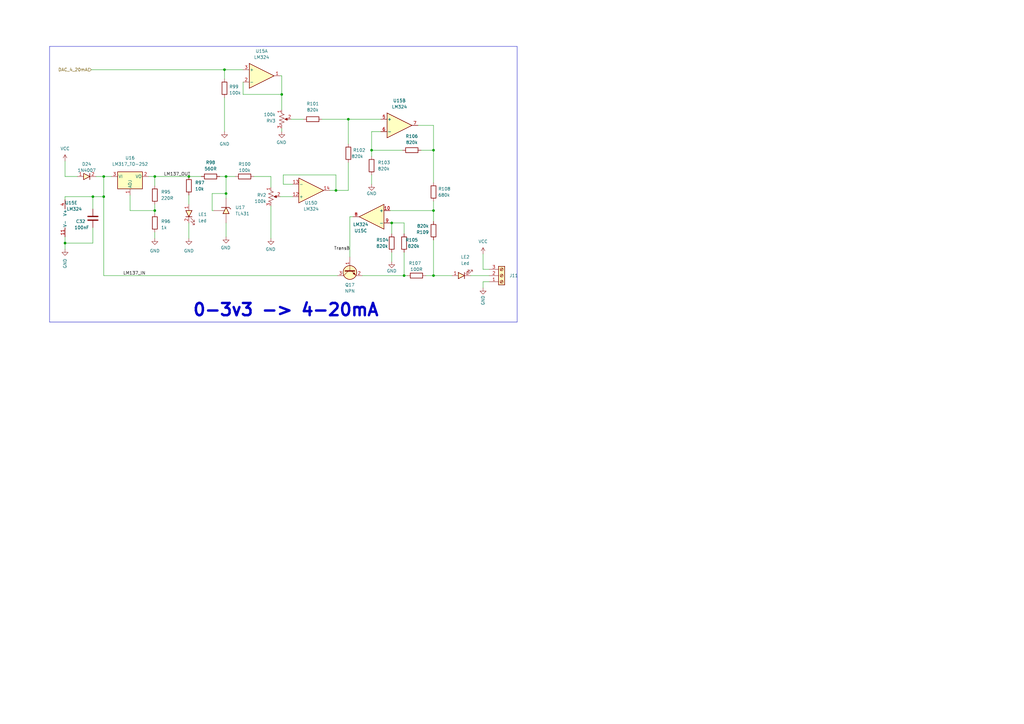
<source format=kicad_sch>
(kicad_sch (version 20230121) (generator eeschema)
  (paper "A3")
  (lib_symbols
    (symbol "Amplifier_Operational:LM324" (pin_names (offset 0.127))
      (property "Reference" "U" (at 0 5.08 0))
      (property "Value" "LM324" (at 0 -5.08 0))
      (symbol "LM324_1_1"
        (polyline (pts (xy -5.08 5.08) (xy 5.08 0) (xy -5.08 -5.08) (xy -5.08 5.08)) (stroke (width 0.254)) (fill (type background)))
        (pin output line (at 7.62 0 180) (length 2.54) (name "~") (number "1"))
        (pin input line (at -7.62 -2.54 0) (length 2.54) (name "-") (number "2"))
        (pin input line (at -7.62 2.54 0) (length 2.54) (name "+") (number "3"))
      )
      (symbol "LM324_2_1"
        (polyline (pts (xy -5.08 5.08) (xy 5.08 0) (xy -5.08 -5.08) (xy -5.08 5.08)) (stroke (width 0.254)) (fill (type background)))
        (pin input line (at -7.62 2.54 0) (length 2.54) (name "+") (number "5"))
        (pin input line (at -7.62 -2.54 0) (length 2.54) (name "-") (number "6"))
        (pin output line (at 7.62 0 180) (length 2.54) (name "~") (number "7"))
      )
      (symbol "LM324_3_1"
        (polyline (pts (xy -5.08 5.08) (xy 5.08 0) (xy -5.08 -5.08) (xy -5.08 5.08)) (stroke (width 0.254)) (fill (type background)))
        (pin input line (at -7.62 2.54 0) (length 2.54) (name "+") (number "10"))
        (pin output line (at 7.62 0 180) (length 2.54) (name "~") (number "8"))
        (pin input line (at -7.62 -2.54 0) (length 2.54) (name "-") (number "9"))
      )
      (symbol "LM324_4_1"
        (polyline (pts (xy -5.08 5.08) (xy 5.08 0) (xy -5.08 -5.08) (xy -5.08 5.08)) (stroke (width 0.254)) (fill (type background)))
        (pin input line (at -7.62 2.54 0) (length 2.54) (name "+") (number "12"))
        (pin input line (at -7.62 -2.54 0) (length 2.54) (name "-") (number "13"))
        (pin output line (at 7.62 0 180) (length 2.54) (name "~") (number "14"))
      )
      (symbol "LM324_5_1"
        (pin power_in line (at -2.54 -7.62 90) (length 3.81) (name "V-") (number "11"))
        (pin power_in line (at -2.54 7.62 270) (length 3.81) (name "V+") (number "4"))
      )
    )
    (symbol "Connector:Screw_Terminal_01x03" (pin_names (offset 1.016) hide)
      (property "Reference" "J" (at 0 5.08 0))
      (property "Value" "Screw_Terminal_01x03" (at 0 -5.08 0))
      (symbol "Screw_Terminal_01x03_1_1"
        (rectangle (start -1.27 3.81) (end 1.27 -3.81) (stroke (width 0.254)) (fill (type background)))
        (circle (center 0 -2.54) (radius 0.635) (stroke (width 0.1524)))
        (polyline (pts (xy -0.5334 -2.2098) (xy 0.3302 -3.048)) (stroke (width 0.1524)))
        (polyline (pts (xy -0.5334 0.3302) (xy 0.3302 -0.508)) (stroke (width 0.1524)))
        (polyline (pts (xy -0.5334 2.8702) (xy 0.3302 2.032)) (stroke (width 0.1524)))
        (polyline (pts (xy -0.3556 -2.032) (xy 0.508 -2.8702)) (stroke (width 0.1524)))
        (polyline (pts (xy -0.3556 0.508) (xy 0.508 -0.3302)) (stroke (width 0.1524)))
        (polyline (pts (xy -0.3556 3.048) (xy 0.508 2.2098)) (stroke (width 0.1524)))
        (circle (center 0 0) (radius 0.635) (stroke (width 0.1524)))
        (circle (center 0 2.54) (radius 0.635) (stroke (width 0.1524)))
        (pin passive line (at -5.08 2.54 0) (length 3.81) (name "Pin_1") (number "1"))
        (pin passive line (at -5.08 0 0) (length 3.81) (name "Pin_2") (number "2"))
        (pin passive line (at -5.08 -2.54 0) (length 3.81) (name "Pin_3") (number "3"))
      )
    )
    (symbol "Device:C" (pin_numbers hide) (pin_names (offset 0.254))
      (property "Reference" "C" (at 0.635 2.54 0))
      (property "Value" "C" (at 0.635 -2.54 0))
      (symbol "C_0_1"
        (polyline (pts (xy -2.032 -0.762) (xy 2.032 -0.762)) (stroke (width 0.508)))
        (polyline (pts (xy -2.032 0.762) (xy 2.032 0.762)) (stroke (width 0.508)))
      )
      (symbol "C_1_1"
        (pin passive line (at 0 3.81 270) (length 2.794) (name "~") (number "1"))
        (pin passive line (at 0 -3.81 90) (length 2.794) (name "~") (number "2"))
      )
    )
    (symbol "Device:R" (pin_numbers hide) (pin_names (offset 0))
      (property "Reference" "R" (at 2.032 0 90))
      (property "Value" "R" (at 0 0 90))
      (symbol "R_0_1"
        (rectangle (start -1.016 -2.54) (end 1.016 2.54) (stroke (width 0.254)))
      )
      (symbol "R_1_1"
        (pin passive line (at 0 3.81 270) (length 1.27) (name "~") (number "1"))
        (pin passive line (at 0 -3.81 90) (length 1.27) (name "~") (number "2"))
      )
    )
    (symbol "Device:R_Potentiometer_US" (pin_names (offset 1.016) hide)
      (property "Reference" "RV" (at -4.445 0 90))
      (property "Value" "R_Potentiometer_US" (at -2.54 0 90))
      (symbol "R_Potentiometer_US_0_1"
        (polyline (pts (xy 0 -2.286) (xy 0 -2.54)))
        (polyline (pts (xy 0 2.54) (xy 0 2.286)))
        (polyline (pts (xy 2.54 0) (xy 1.524 0)))
        (polyline (pts (xy 1.143 0) (xy 2.286 0.508) (xy 2.286 -0.508) (xy 1.143 0)) (fill (type outline)))
        (polyline (pts (xy 0 -0.762) (xy 1.016 -1.143) (xy 0 -1.524) (xy -1.016 -1.905) (xy 0 -2.286)))
        (polyline (pts (xy 0 0.762) (xy 1.016 0.381) (xy 0 0) (xy -1.016 -0.381) (xy 0 -0.762)))
        (polyline (pts (xy 0 2.286) (xy 1.016 1.905) (xy 0 1.524) (xy -1.016 1.143) (xy 0 0.762)))
      )
      (symbol "R_Potentiometer_US_1_1"
        (pin passive line (at 0 3.81 270) (length 1.27) (name "1") (number "1"))
        (pin passive line (at 3.81 0 180) (length 1.27) (name "2") (number "2"))
        (pin passive line (at 0 -3.81 90) (length 1.27) (name "3") (number "3"))
      )
    )
    (symbol "GND_1" (power) (pin_names (offset 0))
      (property "Value" "GND_1" (at 0 -3.81 0))
      (symbol "GND_1_0_1"
        (polyline (pts (xy 0 0) (xy 0 -1.27) (xy 1.27 -1.27) (xy 0 -2.54) (xy -1.27 -1.27) (xy 0 -1.27)))
      )
      (symbol "GND_1_1_1"
        (pin power_in line (at 0 0 270) (length 0) hide (name "GND") (number "1"))
      )
    )
    (symbol "GND_2" (power) (pin_names (offset 0))
      (property "Value" "GND_2" (at 0 -3.81 0))
      (symbol "GND_2_0_1"
        (polyline (pts (xy 0 0) (xy 0 -1.27) (xy 1.27 -1.27) (xy 0 -2.54) (xy -1.27 -1.27) (xy 0 -1.27)))
      )
      (symbol "GND_2_1_1"
        (pin power_in line (at 0 0 270) (length 0) hide (name "GND") (number "1"))
      )
    )
    (symbol "GND_3" (power) (pin_names (offset 0))
      (property "Value" "GND_3" (at 0 -3.81 0))
      (symbol "GND_3_0_1"
        (polyline (pts (xy 0 0) (xy 0 -1.27) (xy 1.27 -1.27) (xy 0 -2.54) (xy -1.27 -1.27) (xy 0 -1.27)))
      )
      (symbol "GND_3_1_1"
        (pin power_in line (at 0 0 270) (length 0) hide (name "GND") (number "1"))
      )
    )
    (symbol "GND_4" (power) (pin_names (offset 0))
      (property "Value" "GND_4" (at 0 -3.81 0))
      (symbol "GND_4_0_1"
        (polyline (pts (xy 0 0) (xy 0 -1.27) (xy 1.27 -1.27) (xy 0 -2.54) (xy -1.27 -1.27) (xy 0 -1.27)))
      )
      (symbol "GND_4_1_1"
        (pin power_in line (at 0 0 270) (length 0) hide (name "GND") (number "1"))
      )
    )
    (symbol "GND_5" (power) (pin_names (offset 0))
      (property "Value" "GND_5" (at 0 -3.81 0))
      (symbol "GND_5_0_1"
        (polyline (pts (xy 0 0) (xy 0 -1.27) (xy 1.27 -1.27) (xy 0 -2.54) (xy -1.27 -1.27) (xy 0 -1.27)))
      )
      (symbol "GND_5_1_1"
        (pin power_in line (at 0 0 270) (length 0) hide (name "GND") (number "1"))
      )
    )
    (symbol "GND_6" (power) (pin_names (offset 0))
      (property "Value" "GND_6" (at 0 -3.81 0))
      (symbol "GND_6_0_1"
        (polyline (pts (xy 0 0) (xy 0 -1.27) (xy 1.27 -1.27) (xy 0 -2.54) (xy -1.27 -1.27) (xy 0 -1.27)))
      )
      (symbol "GND_6_1_1"
        (pin power_in line (at 0 0 270) (length 0) hide (name "GND") (number "1"))
      )
    )
    (symbol "GND_7" (power) (pin_names (offset 0))
      (property "Value" "GND_7" (at 0 -3.81 0))
      (symbol "GND_7_0_1"
        (polyline (pts (xy 0 0) (xy 0 -1.27) (xy 1.27 -1.27) (xy 0 -2.54) (xy -1.27 -1.27) (xy 0 -1.27)))
      )
      (symbol "GND_7_1_1"
        (pin power_in line (at 0 0 270) (length 0) hide (name "GND") (number "1"))
      )
    )
    (symbol "GND_8" (power) (pin_names (offset 0))
      (property "Value" "GND_8" (at 0 -3.81 0))
      (symbol "GND_8_0_1"
        (polyline (pts (xy 0 0) (xy 0 -1.27) (xy 1.27 -1.27) (xy 0 -2.54) (xy -1.27 -1.27) (xy 0 -1.27)))
      )
      (symbol "GND_8_1_1"
        (pin power_in line (at 0 0 270) (length 0) hide (name "GND") (number "1"))
      )
    )
    (symbol "GND_9" (power) (pin_names (offset 0))
      (property "Value" "GND_9" (at 0 -3.81 0))
      (symbol "GND_9_0_1"
        (polyline (pts (xy 0 0) (xy 0 -1.27) (xy 1.27 -1.27) (xy 0 -2.54) (xy -1.27 -1.27) (xy 0 -1.27)))
      )
      (symbol "GND_9_1_1"
        (pin power_in line (at 0 0 270) (length 0) hide (name "GND") (number "1"))
      )
    )
    (symbol "IVS_SYMBOLS:D_Diode"
      (property "Reference" "D" (at 0 2.54 0))
      (property "Value" "D_Diode" (at 0 -2.54 0))
      (symbol "D_Diode_0_1"
        (polyline (pts (xy 0 1.27) (xy 0 -1.27)) (stroke (width 0.254)))
        (polyline (pts (xy 2.54 1.27) (xy 2.54 -1.27) (xy 0 0) (xy 2.54 1.27)) (stroke (width 0.254)) (fill (type background)))
      )
      (symbol "D_Diode_1_1"
        (pin passive line (at 5.08 0 180) (length 2.54) (name "") (number "1"))
        (pin passive line (at -2.54 0 0) (length 2.54) (name "") (number "2"))
      )
    )
    (symbol "IVS_SYMBOLS:Led"
      (property "Reference" "LE" (at 0.508 -2.794 0))
      (property "Value" "Led" (at -0.254 2.794 0))
      (symbol "Led_0_1"
        (polyline (pts (xy 0 -1.27) (xy 0 1.27)) (stroke (width 0.254)))
        (polyline (pts (xy 2.54 -1.27) (xy 2.54 1.27) (xy 0 0) (xy 2.54 -1.27)) (stroke (width 0.254)) (fill (type background)))
        (polyline (pts (xy -1.778 -0.762) (xy -3.302 -2.286) (xy -2.54 -2.286) (xy -3.302 -2.286) (xy -3.302 -1.524)))
        (polyline (pts (xy -0.508 -0.762) (xy -2.032 -2.286) (xy -1.27 -2.286) (xy -2.032 -2.286) (xy -2.032 -1.524)))
      )
      (symbol "Led_1_1"
        (pin passive line (at 5.08 0 180) (length 2.54) (name "") (number "1"))
        (pin passive line (at -2.54 0 0) (length 2.54) (name "") (number "2"))
      )
    )
    (symbol "IVS_SYMBOLS:NPN" (pin_names (offset 0) hide)
      (property "Reference" "Q" (at 5.08 1.905 0))
      (property "Value" "NPN" (at 5.08 0 0))
      (symbol "NPN_0_1"
        (polyline (pts (xy 0 0) (xy 0.635 0)))
        (polyline (pts (xy 0.635 0.635) (xy 2.54 2.54)))
        (polyline (pts (xy 0.635 -0.635) (xy 2.54 -2.54) (xy 2.54 -2.54)))
        (polyline (pts (xy 0.635 1.905) (xy 0.635 -1.905) (xy 0.635 -1.905)) (stroke (width 0.508)))
        (polyline (pts (xy 1.27 -1.778) (xy 1.778 -1.27) (xy 2.286 -2.286) (xy 1.27 -1.778) (xy 1.27 -1.778)) (fill (type outline)))
        (circle (center 1.27 0) (radius 2.8194) (stroke (width 0.254)) (fill (type background)))
      )
      (symbol "NPN_1_1"
        (pin input line (at -5.08 0 0) (length 5.08) (name "B") (number "1"))
        (pin passive line (at 2.54 -5.08 90) (length 2.54) (name "E") (number "2"))
        (pin passive line (at 2.54 5.08 270) (length 2.54) (name "C") (number "3"))
      )
    )
    (symbol "IVS_SYMBOLS:TL431" (pin_numbers hide) (pin_names hide)
      (property "Reference" "U" (at 5.08 2.54 0))
      (property "Value" "TL431" (at 5.08 0 0))
      (symbol "TL431_0_1"
        (polyline (pts (xy -1.905 1.27) (xy 1.27 1.27) (xy 1.905 0.635)) (stroke (width 0.254)))
        (polyline (pts (xy 0 1.27) (xy -1.27 -1.27) (xy 0.635 -1.27) (xy 1.27 -1.27) (xy 0 1.27)) (stroke (width 0.254)) (fill (type background)))
      )
      (symbol "TL431_1_1"
        (pin passive line (at 0 5.08 270) (length 3.81) (name "K") (number "1"))
        (pin passive line (at -5.08 0 0) (length 4.5) (name "REF") (number "2"))
        (pin passive line (at 0 -5.08 90) (length 3.81) (name "A") (number "3"))
      )
    )
    (symbol "Led_1"
      (property "Reference" "LE" (at 0.508 -2.794 0))
      (property "Value" "Led" (at -0.254 2.794 0))
      (symbol "Led_1_0_1"
        (polyline (pts (xy 0 -1.27) (xy 0 1.27)) (stroke (width 0.254)))
        (polyline (pts (xy 2.54 -1.27) (xy 2.54 1.27) (xy 0 0) (xy 2.54 -1.27)) (stroke (width 0.254)) (fill (type background)))
        (polyline (pts (xy -1.778 -0.762) (xy -3.302 -2.286) (xy -2.54 -2.286) (xy -3.302 -2.286) (xy -3.302 -1.524)))
        (polyline (pts (xy -0.508 -0.762) (xy -2.032 -2.286) (xy -1.27 -2.286) (xy -2.032 -2.286) (xy -2.032 -1.524)))
      )
      (symbol "Led_1_1_1"
        (pin passive line (at 5.08 0 180) (length 2.54) (name "") (number "1"))
        (pin passive line (at -2.54 0 0) (length 2.54) (name "") (number "2"))
      )
    )
    (symbol "Regulator_Linear:LM317_TO-252" (pin_names (offset 0.254))
      (property "Reference" "U" (at -3.81 3.175 0))
      (property "Value" "LM317_TO-252" (at 0 3.175 0))
      (symbol "LM317_TO-252_0_1"
        (rectangle (start -5.08 1.905) (end 5.08 -5.08) (stroke (width 0.254)) (fill (type background)))
      )
      (symbol "LM317_TO-252_1_1"
        (pin input line (at 0 -7.62 90) (length 2.54) (name "ADJ") (number "1"))
        (pin power_out line (at 7.62 0 180) (length 2.54) (name "VO") (number "2"))
        (pin power_in line (at -7.62 0 0) (length 2.54) (name "VI") (number "3"))
      )
    )
    (symbol "VCC_1" (power) (pin_names (offset 0))
      (property "Value" "VCC_1" (at 0 3.81 0))
      (symbol "VCC_1_0_1"
        (polyline (pts (xy -0.762 1.27) (xy 0 2.54)))
        (polyline (pts (xy 0 0) (xy 0 2.54)))
        (polyline (pts (xy 0 2.54) (xy 0.762 1.27)))
      )
      (symbol "VCC_1_1_1"
        (pin power_in line (at 0 0 90) (length 0) hide (name "VCC") (number "1"))
      )
    )
    (symbol "power:GND" (power) (pin_names (offset 0))
      (property "Value" "GND" (at 0 -3.81 0))
      (symbol "GND_0_1"
        (polyline (pts (xy 0 0) (xy 0 -1.27) (xy 1.27 -1.27) (xy 0 -2.54) (xy -1.27 -1.27) (xy 0 -1.27)))
      )
      (symbol "GND_1_1"
        (pin power_in line (at 0 0 270) (length 0) hide (name "GND") (number "1"))
      )
    )
    (symbol "power:VCC" (power) (pin_names (offset 0))
      (property "Value" "VCC" (at 0 3.81 0))
      (symbol "VCC_0_1"
        (polyline (pts (xy -0.762 1.27) (xy 0 2.54)))
        (polyline (pts (xy 0 0) (xy 0 2.54)))
        (polyline (pts (xy 0 2.54) (xy 0.762 1.27)))
      )
      (symbol "VCC_1_1"
        (pin power_in line (at 0 0 90) (length 0) hide (name "VCC") (number "1"))
      )
    )
  )
  (junction (at 177.8 86.36))
  (junction (at 77.47 72.39))
  (junction (at 63.5 86.36))
  (junction (at 92.075 28.575))
  (junction (at 92.71 72.39))
  (junction (at 137.795 78.105))
  (junction (at 42.545 80.645))
  (junction (at 160.655 91.44))
  (junction (at 63.5 72.39))
  (junction (at 142.875 48.895))
  (junction (at 42.545 72.39))
  (junction (at 26.67 99.695))
  (junction (at 177.8 113.03))
  (junction (at 115.57 38.735))
  (junction (at 152.4 61.595))
  (junction (at 177.8 61.595))
  (junction (at 165.735 113.03))
  (junction (at 38.1 80.645))
  (junction (at 92.71 79.375))
  (wire (pts (xy 111.125 72.39) (xy 111.125 76.835)))
  (wire (pts (xy 160.655 91.44) (xy 160.655 95.885)))
  (wire (pts (xy 120.015 75.565) (xy 116.205 75.565)))
  (wire (pts (xy 86.995 79.375) (xy 92.71 79.375)))
  (wire (pts (xy 38.1 80.645) (xy 42.545 80.645)))
  (wire (pts (xy 38.1 85.725) (xy 38.1 80.645)))
  (wire (pts (xy 92.075 32.385) (xy 92.075 28.575)))
  (wire (pts (xy 142.875 48.895) (xy 156.21 48.895)))
  (wire (pts (xy 77.47 72.39) (xy 82.55 72.39)))
  (wire (pts (xy 99.695 33.655) (xy 99.695 38.735)))
  (wire (pts (xy 152.4 61.595) (xy 165.1 61.595)))
  (wire (pts (xy 63.5 83.82) (xy 63.5 86.36)))
  (polyline (pts (xy 20.32 19.05) (xy 212.09 19.05)))
  (wire (pts (xy 92.71 91.44) (xy 92.71 97.155)))
  (wire (pts (xy 99.695 38.735) (xy 115.57 38.735)))
  (wire (pts (xy 137.795 71.755) (xy 137.795 78.105)))
  (wire (pts (xy 114.935 31.115) (xy 115.57 31.115)))
  (wire (pts (xy 198.12 110.49) (xy 200.66 110.49)))
  (wire (pts (xy 160.02 91.44) (xy 160.655 91.44)))
  (wire (pts (xy 142.875 78.105) (xy 137.795 78.105)))
  (wire (pts (xy 116.205 75.565) (xy 116.205 71.755)))
  (wire (pts (xy 104.14 72.39) (xy 111.125 72.39)))
  (wire (pts (xy 142.875 66.675) (xy 142.875 78.105)))
  (wire (pts (xy 38.1 93.345) (xy 38.1 99.695)))
  (wire (pts (xy 63.5 95.25) (xy 63.5 97.79)))
  (wire (pts (xy 77.47 80.01) (xy 77.47 83.82)))
  (wire (pts (xy 116.205 71.755) (xy 137.795 71.755)))
  (wire (pts (xy 177.8 61.595) (xy 177.8 74.93)))
  (wire (pts (xy 152.4 64.135) (xy 152.4 61.595)))
  (wire (pts (xy 177.8 98.425) (xy 177.8 113.03)))
  (wire (pts (xy 63.5 72.39) (xy 63.5 76.2)))
  (wire (pts (xy 60.96 72.39) (xy 63.5 72.39)))
  (wire (pts (xy 138.43 113.03) (xy 42.545 113.03)))
  (wire (pts (xy 198.12 115.57) (xy 198.12 118.11)))
  (wire (pts (xy 26.67 97.155) (xy 26.67 99.695)))
  (wire (pts (xy 42.545 72.39) (xy 45.72 72.39)))
  (wire (pts (xy 114.935 80.645) (xy 120.015 80.645)))
  (wire (pts (xy 165.735 91.44) (xy 165.735 95.885)))
  (wire (pts (xy 177.8 82.55) (xy 177.8 86.36)))
  (wire (pts (xy 90.17 72.39) (xy 92.71 72.39)))
  (wire (pts (xy 160.02 86.36) (xy 177.8 86.36)))
  (wire (pts (xy 142.875 48.895) (xy 142.875 59.055)))
  (wire (pts (xy 42.545 113.03) (xy 42.545 80.645)))
  (wire (pts (xy 92.71 81.28) (xy 92.71 79.375)))
  (wire (pts (xy 26.67 72.39) (xy 31.75 72.39)))
  (wire (pts (xy 200.66 115.57) (xy 198.12 115.57)))
  (wire (pts (xy 135.255 78.105) (xy 137.795 78.105)))
  (wire (pts (xy 172.72 61.595) (xy 177.8 61.595)))
  (wire (pts (xy 53.34 80.01) (xy 53.34 86.36)))
  (wire (pts (xy 26.67 80.645) (xy 26.67 81.915)))
  (wire (pts (xy 92.71 79.375) (xy 92.71 72.39)))
  (polyline (pts (xy 20.32 132.08) (xy 20.32 19.05)))
  (wire (pts (xy 119.38 48.895) (xy 124.46 48.895)))
  (wire (pts (xy 174.625 113.03) (xy 177.8 113.03)))
  (polyline (pts (xy 20.32 132.08) (xy 212.09 132.08)))
  (wire (pts (xy 177.8 113.03) (xy 185.42 113.03)))
  (wire (pts (xy 115.57 38.735) (xy 115.57 31.115)))
  (wire (pts (xy 92.71 72.39) (xy 96.52 72.39)))
  (wire (pts (xy 38.1 80.645) (xy 26.67 80.645)))
  (wire (pts (xy 63.5 72.39) (xy 77.47 72.39)))
  (wire (pts (xy 143.51 105.41) (xy 143.51 88.9)))
  (wire (pts (xy 92.075 40.005) (xy 92.075 53.975)))
  (wire (pts (xy 152.4 53.975) (xy 152.4 61.595)))
  (wire (pts (xy 86.995 86.36) (xy 86.995 79.375)))
  (wire (pts (xy 92.075 28.575) (xy 99.695 28.575)))
  (wire (pts (xy 87.63 86.36) (xy 86.995 86.36)))
  (wire (pts (xy 177.8 86.36) (xy 177.8 90.805)))
  (wire (pts (xy 144.78 88.9) (xy 143.51 88.9)))
  (wire (pts (xy 165.735 113.03) (xy 167.005 113.03)))
  (wire (pts (xy 26.67 66.04) (xy 26.67 72.39)))
  (wire (pts (xy 198.12 104.14) (xy 198.12 110.49)))
  (wire (pts (xy 63.5 86.36) (xy 63.5 87.63)))
  (wire (pts (xy 171.45 51.435) (xy 177.8 51.435)))
  (wire (pts (xy 165.735 103.505) (xy 165.735 113.03)))
  (wire (pts (xy 77.47 91.44) (xy 77.47 97.79)))
  (wire (pts (xy 152.4 53.975) (xy 156.21 53.975)))
  (wire (pts (xy 53.34 86.36) (xy 63.5 86.36)))
  (wire (pts (xy 115.57 38.735) (xy 115.57 45.085)))
  (wire (pts (xy 39.37 72.39) (xy 42.545 72.39)))
  (wire (pts (xy 111.125 84.455) (xy 111.125 97.79)))
  (wire (pts (xy 160.655 103.505) (xy 160.655 107.315)))
  (wire (pts (xy 115.57 52.705) (xy 115.57 53.975)))
  (wire (pts (xy 160.655 91.44) (xy 165.735 91.44)))
  (polyline (pts (xy 212.09 19.05) (xy 212.09 132.08)))
  (wire (pts (xy 42.545 80.645) (xy 42.545 72.39)))
  (wire (pts (xy 193.04 113.03) (xy 200.66 113.03)))
  (wire (pts (xy 26.67 99.695) (xy 26.67 102.235)))
  (wire (pts (xy 38.1 99.695) (xy 26.67 99.695)))
  (wire (pts (xy 37.465 28.575) (xy 92.075 28.575)))
  (wire (pts (xy 132.08 48.895) (xy 142.875 48.895)))
  (wire (pts (xy 148.59 113.03) (xy 165.735 113.03)))
  (wire (pts (xy 177.8 61.595) (xy 177.8 51.435)))
  (wire (pts (xy 152.4 71.755) (xy 152.4 75.565)))
  (text "0-3v3 -> 4-20mA" (at 78.74 130.175 0) (effects (font (size 5 5) (thickness 1) bold) (justify left bottom)))
  (label "LM137_IN" (at 59.69 113.03 180))
  (label "TransB" (at 143.51 102.87 180))
  (label "LM137_OUT" (at 78.105 72.39 180))
  (hierarchical_label "DAC_4_20mA" (shape input) (at 37.465 28.575 180))
  (symbol (lib_name "GND_7") (lib_id "power:GND") (at 115.57 53.975 0) (unit 1)
    (property "Reference" "#PWR0156" (effects hide))
    (property "Value" "GND" (at 117.475 58.42 0) (effects (justify right)))
  )
  (symbol (lib_id "Device:R") (at 128.27 48.895 90) (unit 1)
    (property "Reference" "R101" (at 128.27 42.545 90))
    (property "Value" "820k" (at 128.27 45.085 90))
    (property "Footprint" "IVS_FOOTPRINTS:R_0603" (effects hide))
  )
  (symbol (lib_id "Device:R") (at 168.91 61.595 90) (unit 1)
    (property "Reference" "R106" (at 168.91 55.88 90))
    (property "Value" "820k" (at 168.91 58.42 90))
    (property "Footprint" "IVS_FOOTPRINTS:R_0603" (effects hide))
  )
  (symbol (lib_id "Device:R") (at 86.36 72.39 270) (unit 1)
    (property "Reference" "R98" (at 86.36 66.675 90))
    (property "Value" "560R" (at 86.36 69.215 90))
    (property "Footprint" "IVS_FOOTPRINTS:R_0603" (effects hide))
  )
  (symbol (lib_id "Device:R") (at 152.4 67.945 0) (unit 1)
    (property "Reference" "R103" (at 154.94 66.6749 0) (effects (justify left)))
    (property "Value" "820k" (at 154.94 69.2149 0) (effects (justify left)))
    (property "Footprint" "IVS_FOOTPRINTS:R_0603" (effects hide))
  )
  (symbol (lib_id "Device:R") (at 92.075 36.195 0) (unit 1)
    (property "Reference" "R99" (at 93.98 35.56 0) (effects (justify left)))
    (property "Value" "100k" (at 93.98 38.1 0) (effects (justify left)))
    (property "Footprint" "IVS_FOOTPRINTS:R_0603" (effects hide))
  )
  (symbol (lib_id "power:GND") (at 77.47 97.79 0) (unit 1)
    (property "Reference" "#PWR0152" (effects hide))
    (property "Value" "GND" (at 77.47 102.87 0))
  )
  (symbol (lib_id "IVS_SYMBOLS:TL431") (at 92.71 86.36 0) (unit 1)
    (property "Reference" "U17" (at 96.52 85.0899 0) (effects (justify left)))
    (property "Value" "TL431" (at 96.52 87.6299 0) (effects (justify left)))
    (property "Footprint" "IVS_FOOTPRINTS:SOT23-3" (effects hide))
    (property "Datasheet" "http://www.ti.com/lit/ds/symlink/tl431.pdf" (effects hide))
  )
  (symbol (lib_name "GND_6") (lib_id "power:GND") (at 92.71 97.155 0) (unit 1)
    (property "Reference" "#PWR0154" (effects hide))
    (property "Value" "GND" (at 94.615 101.6 0) (effects (justify right)))
  )
  (symbol (lib_id "Regulator_Linear:LM317_TO-252") (at 53.34 72.39 0) (unit 1)
    (property "Reference" "U16" (at 53.34 64.77 0))
    (property "Value" "LM317_TO-252" (at 53.34 67.31 0))
    (property "Footprint" "IVS_FOOTPRINTS:TO-252-2" (effects hide))
    (property "Datasheet" "http://www.ti.com/lit/ds/snvs774n/snvs774n.pdf" (effects hide))
  )
  (symbol (lib_id "Amplifier_Operational:LM324") (at 107.315 31.115 0) (unit 1)
    (property "Reference" "U15" (at 107.315 20.955 0))
    (property "Value" "LM324" (at 107.315 23.495 0))
    (property "Footprint" "IVS_FOOTPRINTS:SOIC14" (effects hide))
    (property "Datasheet" "http://www.ti.com/lit/ds/symlink/lm2902-n.pdf" (effects hide))
  )
  (symbol (lib_id "Amplifier_Operational:LM324") (at 127.635 78.105 0) (mirror x) (unit 4)
    (property "Reference" "U15" (at 127.635 83.185 0))
    (property "Value" "LM324" (at 127.635 85.725 0))
    (property "Footprint" "IVS_FOOTPRINTS:SOIC14" (effects hide))
    (property "Datasheet" "http://www.ti.com/lit/ds/symlink/lm2902-n.pdf" (effects hide))
  )
  (symbol (lib_id "Device:C") (at 38.1 89.535 0) (unit 1)
    (property "Reference" "C32" (at 31.115 90.805 0) (effects (justify left)))
    (property "Value" "100nF" (at 30.48 93.345 0) (effects (justify left)))
    (property "Footprint" "IVS_FOOTPRINTS:C_0603" (effects hide))
  )
  (symbol (lib_id "power:VCC") (at 26.67 66.04 0) (unit 1)
    (property "Reference" "#PWR0149" (effects hide))
    (property "Value" "VCC" (at 26.67 60.96 0))
  )
  (symbol (lib_id "Amplifier_Operational:LM324") (at 29.21 89.535 0) (unit 5)
    (property "Reference" "U15" (at 29.21 83.185 0))
    (property "Value" "LM324" (at 30.48 85.725 0))
    (property "Footprint" "IVS_FOOTPRINTS:SOIC14" (effects hide))
    (property "Datasheet" "http://www.ti.com/lit/ds/symlink/lm2902-n.pdf" (effects hide))
  )
  (symbol (lib_name "GND_5") (lib_id "power:GND") (at 63.5 97.79 0) (unit 1)
    (property "Reference" "#PWR0151" (effects hide))
    (property "Value" "GND" (at 63.5 102.87 0))
  )
  (symbol (lib_id "Amplifier_Operational:LM324") (at 163.83 51.435 0) (unit 2)
    (property "Reference" "U15" (at 163.83 41.275 0))
    (property "Value" "LM324" (at 163.83 43.815 0))
    (property "Footprint" "IVS_FOOTPRINTS:SOIC14" (effects hide))
    (property "Datasheet" "http://www.ti.com/lit/ds/symlink/lm2902-n.pdf" (effects hide))
  )
  (symbol (lib_id "Device:R") (at 165.735 99.695 0) (unit 1)
    (property "Reference" "R105" (at 171.45 98.425 0) (effects (justify right)))
    (property "Value" "820k" (at 172.085 100.965 0) (effects (justify right)))
    (property "Footprint" "IVS_FOOTPRINTS:R_0603" (effects hide))
  )
  (symbol (lib_id "Amplifier_Operational:LM324") (at 152.4 88.9 0) (mirror y) (unit 3)
    (property "Reference" "U15" (at 147.955 94.615 0))
    (property "Value" "LM324" (at 147.955 92.075 0))
    (property "Footprint" "IVS_FOOTPRINTS:SOIC14" (effects hide))
    (property "Datasheet" "http://www.ti.com/lit/ds/symlink/lm2902-n.pdf" (effects hide))
  )
  (symbol (lib_name "GND_4") (lib_id "power:GND") (at 92.075 53.975 0) (unit 1)
    (property "Reference" "#PWR0153" (effects hide))
    (property "Value" "GND" (at 92.075 59.055 0))
  )
  (symbol (lib_name "Led_1") (lib_id "IVS_SYMBOLS:Led") (at 190.5 113.03 180) (unit 1)
    (property "Reference" "LE2" (at 190.8175 105.41 0))
    (property "Value" "Led" (at 190.8175 107.95 0))
    (property "Footprint" "IVS_FOOTPRINTS:LED_0603" (effects hide))
  )
  (symbol (lib_id "IVS_SYMBOLS:NPN") (at 143.51 110.49 90) (mirror x) (unit 1)
    (property "Reference" "Q17" (at 143.51 116.84 90))
    (property "Value" "NPN" (at 143.51 119.38 90))
    (property "Footprint" "IVS_FOOTPRINTS:SOT23-3" (effects hide))
    (property "Datasheet" "https://www.onsemi.com/pdf/datasheet/mmbt3904lt1-d.pdf" (effects hide))
  )
  (symbol (lib_name "VCC_1") (lib_id "power:VCC") (at 198.12 104.14 0) (unit 1)
    (property "Reference" "#PWR0160" (effects hide))
    (property "Value" "VCC" (at 198.12 99.06 0))
  )
  (symbol (lib_id "Device:R") (at 170.815 113.03 270) (unit 1)
    (property "Reference" "R107" (at 172.72 107.95 90) (effects (justify right)))
    (property "Value" "100R" (at 173.355 110.49 90) (effects (justify right)))
    (property "Footprint" "IVS_FOOTPRINTS:R_0603" (effects hide))
  )
  (symbol (lib_id "Device:R") (at 63.5 91.44 0) (unit 1)
    (property "Reference" "R96" (at 66.04 90.805 0) (effects (justify left)))
    (property "Value" "1k" (at 66.04 93.345 0) (effects (justify left)))
    (property "Footprint" "IVS_FOOTPRINTS:R_0603" (effects hide))
  )
  (symbol (lib_name "GND_9") (lib_id "power:GND") (at 198.12 118.11 0) (unit 1)
    (property "Reference" "#PWR0161" (effects hide))
    (property "Value" "GND" (at 198.12 123.19 90))
  )
  (symbol (lib_name "GND_8") (lib_id "power:GND") (at 26.67 102.235 0) (unit 1)
    (property "Reference" "#PWR0150" (effects hide))
    (property "Value" "GND" (at 26.6701 106.045 90) (effects (justify right)))
  )
  (symbol (lib_id "Device:R") (at 77.47 76.2 0) (unit 1)
    (property "Reference" "R97" (at 80.01 74.9299 0) (effects (justify left)))
    (property "Value" "10k" (at 80.01 77.4699 0) (effects (justify left)))
    (property "Footprint" "IVS_FOOTPRINTS:R_0603" (effects hide))
  )
  (symbol (lib_id "Device:R") (at 177.8 78.74 0) (unit 1)
    (property "Reference" "R108" (at 179.705 77.4699 0) (effects (justify left)))
    (property "Value" "680k" (at 179.705 80.0099 0) (effects (justify left)))
    (property "Footprint" "IVS_FOOTPRINTS:R_0603" (effects hide))
  )
  (symbol (lib_id "IVS_SYMBOLS:Led") (at 77.47 88.9 90) (unit 1)
    (property "Reference" "LE1" (at 81.28 87.9474 90) (effects (justify right)))
    (property "Value" "Led" (at 81.28 90.4874 90) (effects (justify right)))
    (property "Footprint" "IVS_FOOTPRINTS:LED_0603" (effects hide))
  )
  (symbol (lib_id "Device:R") (at 160.655 99.695 0) (unit 1)
    (property "Reference" "R104" (at 154.305 98.425 0) (effects (justify left)))
    (property "Value" "820k" (at 154.305 100.965 0) (effects (justify left)))
    (property "Footprint" "IVS_FOOTPRINTS:R_0603" (effects hide))
  )
  (symbol (lib_name "GND_3") (lib_id "power:GND") (at 152.4 75.565 0) (unit 1)
    (property "Reference" "#PWR0158" (effects hide))
    (property "Value" "GND" (at 152.4 79.375 0))
  )
  (symbol (lib_id "IVS_SYMBOLS:D_Diode") (at 36.83 72.39 180) (unit 1)
    (property "Reference" "D24" (at 35.56 67.31 0))
    (property "Value" "1N4007" (at 35.56 69.85 0))
    (property "Footprint" "IVS_FOOTPRINTS:D_SMA" (effects hide))
  )
  (symbol (lib_id "Device:R") (at 63.5 80.01 0) (unit 1)
    (property "Reference" "R95" (at 66.04 78.7399 0) (effects (justify left)))
    (property "Value" "220R" (at 66.04 81.2799 0) (effects (justify left)))
    (property "Footprint" "IVS_FOOTPRINTS:R_0603" (effects hide))
  )
  (symbol (lib_name "GND_2") (lib_id "power:GND") (at 160.655 107.315 0) (unit 1)
    (property "Reference" "#PWR0159" (effects hide))
    (property "Value" "GND" (at 160.655 111.125 0))
  )
  (symbol (lib_name "GND_1") (lib_id "power:GND") (at 111.125 97.79 0) (unit 1)
    (property "Reference" "#PWR0155" (effects hide))
    (property "Value" "GND" (at 113.03 102.235 0) (effects (justify right)))
  )
  (symbol (lib_id "Device:R") (at 177.8 94.615 0) (unit 1)
    (property "Reference" "R109" (at 175.895 95.25 0) (effects (justify right)))
    (property "Value" "820k" (at 175.895 92.71 0) (effects (justify right)))
    (property "Footprint" "IVS_FOOTPRINTS:R_0603" (effects hide))
  )
  (symbol (lib_id "Device:R_Potentiometer_US") (at 115.57 48.895 0) (unit 1)
    (property "Reference" "RV3" (at 113.03 49.53 0) (effects (justify right)))
    (property "Value" "100k" (at 113.03 46.99 0) (effects (justify right)))
    (property "Footprint" "IVS_FOOTPRINTS:Potentiometer_Bourns_TC33X_Vertical" (effects hide))
  )
  (symbol (lib_id "Device:R") (at 100.33 72.39 270) (unit 1)
    (property "Reference" "R100" (at 100.33 67.31 90))
    (property "Value" "100k" (at 100.33 69.85 90))
    (property "Footprint" "IVS_FOOTPRINTS:R_0603" (effects hide))
  )
  (symbol (lib_id "Connector:Screw_Terminal_01x03") (at 205.74 113.03 0) (mirror x) (unit 1)
    (property "Reference" "J11" (at 208.915 113.0301 0) (effects (justify left)))
    (property "Value" "HT3.96mm-3P" (effects hide))
    (property "Footprint" "IVS_FOOTPRINTS:Terminal_HT-P3.96mm-3P-Vertical-Pluggable" (effects hide))
  )
  (symbol (lib_id "Device:R_Potentiometer_US") (at 111.125 80.645 0) (unit 1)
    (property "Reference" "RV2" (at 109.22 80.01 0) (effects (justify right)))
    (property "Value" "100k" (at 109.22 82.55 0) (effects (justify right)))
    (property "Footprint" "IVS_FOOTPRINTS:Potentiometer_Bourns_TC33X_Vertical" (effects hide))
  )
  (symbol (lib_id "Device:R") (at 142.875 62.865 0) (unit 1)
    (property "Reference" "R102" (at 144.78 61.595 0) (effects (justify left)))
    (property "Value" "820k" (at 144.145 64.135 0) (effects (justify left)))
    (property "Footprint" "IVS_FOOTPRINTS:R_0603" (effects hide))
  )
)
</source>
